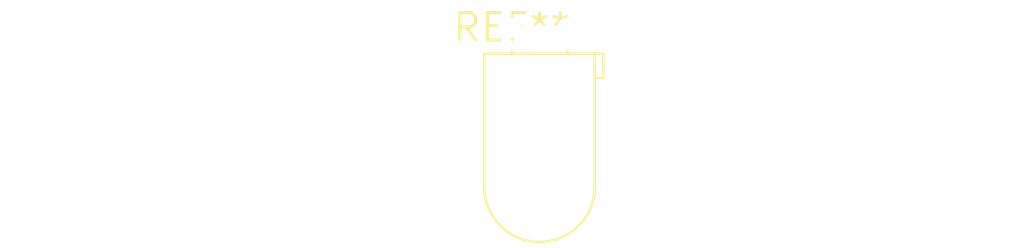
<source format=kicad_pcb>
(kicad_pcb (version 20240108) (generator pcbnew)
  (layers (0 "F.Cu" signal) (31 "B.Cu" signal) (34 "B.Paste" user) (35 "F.Paste" user) (36 "B.SilkS" user "B.Silkscreen") (37 "F.SilkS" user "F.Silkscreen") (38 "B.Mask" user) (39 "F.Mask" user) (44 "Edge.Cuts" user))
  (net 0 "")
  (footprint "LED_D5.0mm_Horizontal_O1.27mm_Z3.0mm_Clear" (layer "F.Cu") (at 0 0)
    (property "Reference" "REF**")
    (property "Value" "LED_D5.0mm_Horizontal_O1.27mm_Z3.0mm_Clear")
    (fp_line (start -1.29 1.21) (end -1.29 7.37) (layer "F.SilkS") (stroke (width 0.12)))
    (fp_line (start -1.29 1.21) (end 3.83 1.21) (layer "F.SilkS") (stroke (width 0.12)))
    (fp_line (start 0 1.08) (end 0 1.08) (layer "F.SilkS") (stroke (width 0.12)))
    (fp_line (start 0 1.08) (end 0 1.21) (layer "F.SilkS") (stroke (width 0.12)))
    (fp_line (start 0 1.21) (end 0 1.08) (layer "F.SilkS") (stroke (width 0.12)))
    (fp_line (start 0 1.21) (end 0 1.21) (layer "F.SilkS") (stroke (width 0.12)))
    (fp_line (start 2.54 1.08) (end 2.54 1.08) (layer "F.SilkS") (stroke (width 0.12)))
    (fp_line (start 2.54 1.08) (end 2.54 1.21) (layer "F.SilkS") (stroke (width 0.12)))
    (fp_line (start 2.54 1.21) (end 2.54 1.08) (layer "F.SilkS") (stroke (width 0.12)))
    (fp_line (start 2.54 1.21) (end 2.54 1.21) (layer "F.SilkS") (stroke (width 0.12)))
    (fp_line (start 3.83 1.21) (end 3.83 7.37) (layer "F.SilkS") (stroke (width 0.12)))
    (fp_line (start 3.83 1.21) (end 4.23 1.21) (layer "F.SilkS") (stroke (width 0.12)))
    (fp_line (start 3.83 2.33) (end 3.83 1.21) (layer "F.SilkS") (stroke (width 0.12)))
    (fp_line (start 4.23 1.21) (end 4.23 2.33) (layer "F.SilkS") (stroke (width 0.12)))
    (fp_line (start 4.23 2.33) (end 3.83 2.33) (layer "F.SilkS") (stroke (width 0.12)))
    (fp_arc (start 3.83 7.37) (mid 1.27 9.93) (end -1.29 7.37) (layer "F.SilkS") (stroke (width 0.12)))
    (pad "1" thru_hole rect (at 0 0) (size 1.8 1.8) (drill 0.9) (layers *.Cu *.Mask) (remove_unused_layers))
    (pad "2" thru_hole circle (at 2.54 0) (size 1.8 1.8) (drill 0.9) (layers *.Cu *.Mask) (remove_unused_layers))
  )
)
</source>
